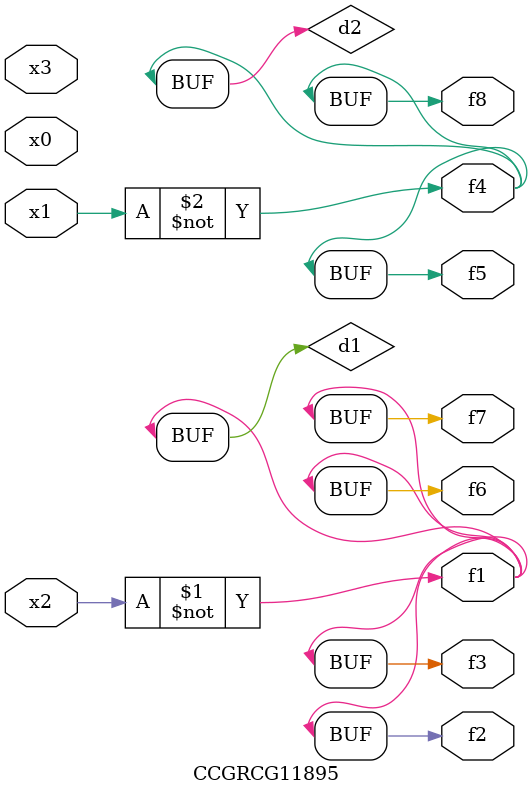
<source format=v>
module CCGRCG11895(
	input x0, x1, x2, x3,
	output f1, f2, f3, f4, f5, f6, f7, f8
);

	wire d1, d2;

	xnor (d1, x2);
	not (d2, x1);
	assign f1 = d1;
	assign f2 = d1;
	assign f3 = d1;
	assign f4 = d2;
	assign f5 = d2;
	assign f6 = d1;
	assign f7 = d1;
	assign f8 = d2;
endmodule

</source>
